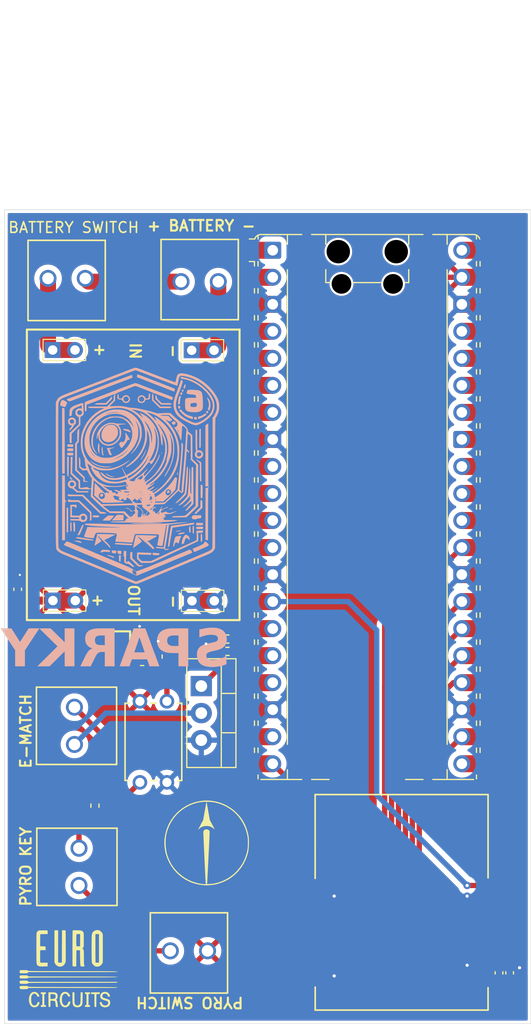
<source format=kicad_pcb>
(kicad_pcb (version 20241229) (generator "pcbnew") (generator_version "9.0")
  (layers (0 "F.Cu" signal) (2 "B.Cu" signal) (13 "F.Paste" user) (15 "B.Paste" user) (5 "F.SilkS" user "F.Silkscreen") (7 "B.SilkS" user "B.Silkscreen") (1 "F.Mask" user) (3 "B.Mask" user) (25 "Edge.Cuts" user))
  (net 0 "")
  (net 5 "/RD_DIO1")
  (net 7 "/RD_TX")
  (net 17 "/RD_SCK")
  (net 18 "/RD_MOSI")
  (net 22 "/RD_NSS")
  (net 23 "/RD_BUSY")
  (net 24 "/LGC_IGNITE")
  (net 28 "/RD_MISO")
  (net 29 "/RD_RESET")
  (net 31 "Net-(Q1-G)")
  (net 32 "/RD_RX")
  (net 33 "Net-(PILHAS1-Pin_2)")
  (net 34 "GND")
  (net 35 "Net-(KEY1-Pin_1)")
  (net 36 "Net-(J2-Pin_2)")
  (net 37 "Net-(J2-Pin_1)")
  (net 38 "Net-(PILHAS1-Pin_1)")
  (net 39 "/REG_IN")
  (net 40 "/RD_DIO2")
  (net 41 "/RD_DIO3")
  (net 42 "/FLAG_IGNITE")
  (net 43 "+3.3V")
  (net 44 "Net-(R4-Pad2)")
  (net 45 "Net-(CR1-Pad2)")
  (footprint "Resistor_SMD:R_0402_1005Metric" (layer "F.Cu") (at 104.5 142.5 -90)
    (property "Reference" "R4" (hide yes))
    (property "Value" "330")
    (pad "1" smd roundrect (at -0.51 0 270) (size 0.54 0.64) (layers "F.Cu" "F.Mask" "F.Paste") (net 37 "Net-(J2-Pin_1)"))
    (pad "2" smd roundrect (at 0.51 0 270) (size 0.54 0.64) (layers "F.Cu" "F.Mask" "F.Paste") (net 44 "Net-(R4-Pad2)"))
  )
  (footprint "Package_TO_SOT_THT:TO-220-3_Vertical" (layer "F.Cu") (at 114.5 131.260999 -90)
    (property "Reference" "Q1" (hide yes))
    (property "Value" "IRLB8721PBF")
    (pad "1" thru_hole rect (at 0 0 270) (size 1.905 2) (drill 1.1) (layers "*.Cu" "*.Mask") (net 31 "Net-(Q1-G)"))
    (pad "2" thru_hole oval (at 2.54 0 270) (size 1.905 2) (drill 1.1) (layers "*.Cu" "*.Mask") (net 36 "Net-(J2-Pin_2)"))
    (pad "3" thru_hole oval (at 5.08 0 270) (size 1.905 2) (drill 1.1) (layers "*.Cu" "*.Mask") (net 34 "GND"))
  )
  (footprint "modulo.E28-2G4M27SX:E28-2G4M27SX_CGD" (layer "F.Cu") (at 133.3419 151.585 180)
    (property "Reference" "U1" (hide yes))
    (property "Value" "E28-2G4M27SX")
    (pad "1" smd rect (at -7.6581 -7.305 180) (size 1.2954 0.762) (layers "F.Cu" "F.Mask" "F.Paste") (net 43 "+3.3V"))
    (pad "2" smd rect (at -7.6581 -6.035 180) (size 1.2954 0.762) (layers "F.Cu" "F.Mask" "F.Paste") (net 34 "GND"))
    (pad "3" smd rect (at -7.6581 -4.765 180) (size 1.2954 0.762) (layers "F.Cu" "F.Mask" "F.Paste") (net 28 "/RD_MISO"))
    (pad "4" smd rect (at -7.6581 -3.495 180) (size 1.2954 0.762) (layers "F.Cu" "F.Mask" "F.Paste") (net 18 "/RD_MOSI"))
    (pad "5" smd rect (at -7.6581 -2.225 180) (size 1.2954 0.762) (layers "F.Cu" "F.Mask" "F.Paste") (net 17 "/RD_SCK"))
    (pad "6" smd rect (at -7.6581 -0.955 180) (size 1.2954 0.762) (layers "F.Cu" "F.Mask" "F.Paste") (net 22 "/RD_NSS"))
    (pad "7" smd rect (at -7.6581 0.315 180) (size 1.2954 0.762) (layers "F.Cu" "F.Mask" "F.Paste") (net 34 "GND"))
    (pad "8" smd rect (at -7.6581 1.585 180) (size 1.2954 0.762) (layers "F.Cu" "F.Mask" "F.Paste") (net 32 "/RD_RX"))
    (pad "9" smd rect (at 7.6581 1.585 180) (size 1.2954 0.762) (layers "F.Cu" "F.Mask" "F.Paste") (net 7 "/RD_TX"))
    (pad "10" smd rect (at 7.6581 0.315 180) (size 1.2954 0.762) (layers "F.Cu" "F.Mask" "F.Paste") (net 34 "GND"))
    (pad "11" smd rect (at 7.6581 -0.955 180) (size 1.2954 0.762) (layers "F.Cu" "F.Mask" "F.Paste") (net 29 "/RD_RESET"))
    (pad "12" smd rect (at 7.6581 -2.225 180) (size 1.2954 0.762) (layers "F.Cu" "F.Mask" "F.Paste") (net 23 "/RD_BUSY"))
    (pad "13" smd rect (at 7.6581 -3.495 180) (size 1.2954 0.762) (layers "F.Cu" "F.Mask" "F.Paste") (net 5 "/RD_DIO1"))
    (pad "14" smd rect (at 7.6581 -4.765 180) (size 1.2954 0.762) (layers "F.Cu" "F.Mask" "F.Paste") (net 40 "/RD_DIO2"))
    (pad "15" smd rect (at 7.6581 -6.035 180) (size 1.2954 0.762) (layers "F.Cu" "F.Mask" "F.Paste") (net 41 "/RD_DIO3"))
    (pad "16" smd rect (at 7.6581 -7.305 180) (size 1.2954 0.762) (layers "F.Cu" "F.Mask" "F.Paste") (net 34 "GND"))
  )
  (footprint "Eurocircuits:LogoEurocircuits" (layer "F.Cu") (at 102 158)
    (property "Reference" "G***" (hide yes))
    (property "Value" "LOGO" (hide yes))
  )
  (footprint "Capacitor_SMD:C_0402_1005Metric" (layer "F.Cu") (at 143.5 158.214203 90)
    (property "Reference" "C6" (hide yes))
    (property "Value" "100uF")
    (pad "1" smd roundrect (at -0.48 0 90) (size 0.56 0.62) (layers "F.Cu" "F.Mask" "F.Paste") (net 43 "+3.3V"))
    (pad "2" smd roundrect (at 0.48 0 90) (size 0.56 0.62) (layers "F.Cu" "F.Mask" "F.Paste") (net 34 "GND"))
  )
  (footprint "LogoPST:LogoPST" (layer "F.Cu") (at 115 146)
    (property "Reference" "G***" (hide yes))
    (property "Value" "LOGO" (hide yes))
  )
  (footprint "Capacitor_SMD:C_0402_1005Metric" (layer "F.Cu") (at 142.5 158.214203 90)
    (property "Reference" "C5" (hide yes))
    (property "Value" "0.1uF")
    (pad "1" smd roundrect (at -0.48 0 90) (size 0.56 0.62) (layers "F.Cu" "F.Mask" "F.Paste") (net 43 "+3.3V"))
    (pad "2" smd roundrect (at 0.48 0 90) (size 0.56 0.62) (layers "F.Cu" "F.Mask" "F.Paste") (net 34 "GND"))
  )
  (footprint "CONN_SD-39357-001_02P_MOL:CONN_SD-39357-001_02P_MOL" (layer "F.Cu") (at 103.5896 92.9445 180)
    (property "Reference" "BATTERY SWITCH" (at 1.0896 4.781974 0) (layer "F.SilkS"))
    (property "Value" ".")
    (pad "1" thru_hole circle (at 0 0 180) (size 1.6002 1.6002) (drill 1.0922) (layers "*.Cu" "*.Mask") (net 38 "Net-(PILHAS1-Pin_1)"))
    (pad "2" thru_hole circle (at 3.500002 0 180) (size 1.6002 1.6002) (drill 1.0922) (layers "*.Cu" "*.Mask") (net 39 "/REG_IN"))
  )
  (footprint "CONN_SD-39357-001_02P_MOL:CONN_SD-39357-001_02P_MOL" (layer "F.Cu") (at 115.0896 156.1445 180)
    (property "Reference" "PYRO SWITCH" (at 1.682951 -4.8555 180) (layer "F.SilkS") (effects (font (thickness 0.2) (bold yes))))
    (property "Value" "Screw_Terminal_01x02")
    (pad "1" thru_hole circle (at 0 0 180) (size 1.6002 1.6002) (drill 1.0922) (layers "*.Cu" "*.Mask") (net 43 "+3.3V"))
    (pad "2" thru_hole circle (at 3.500002 0 180) (size 1.6002 1.6002) (drill 1.0922) (layers "*.Cu" "*.Mask") (net 35 "Net-(KEY1-Pin_1)"))
  )
  (footprint "Resistor_SMD:R_0402_1005Metric" (layer "F.Cu") (at 116.963443 128)
    (property "Reference" "R1" (hide yes))
    (property "Value" "10K")
    (pad "1" smd roundrect (at -0.51 0) (size 0.54 0.64) (layers "F.Cu" "F.Mask" "F.Paste") (net 34 "GND"))
    (pad "2" smd roundrect (at 0.51 0) (size 0.54 0.64) (layers "F.Cu" "F.Mask" "F.Paste") (net 31 "Net-(Q1-G)"))
  )
  (footprint "Resistor_SMD:R_0402_1005Metric" (layer "F.Cu") (at 116.949151 126.83899 180)
    (property "Reference" "R2" (hide yes))
    (property "Value" "100")
    (pad "1" smd roundrect (at -0.51 0 180) (size 0.54 0.64) (layers "F.Cu" "F.Mask" "F.Paste") (net 31 "Net-(Q1-G)"))
    (pad "2" smd roundrect (at 0.51 0 180) (size 0.54 0.64) (layers "F.Cu" "F.Mask" "F.Paste") (net 24 "/LGC_IGNITE"))
  )
  (footprint "DCDCModule:DCDC_Module" (layer "F.Cu") (at 108.5 111.5 -90)
    (property "Reference" "U2" (hide yes))
    (property "Value" "~")
    (fp_text user "IN" (at -12.625 0.8 270) (layer "F.SilkS") (effects (font (thickness 0.2) (bold yes)) (justify left bottom)))
    (fp_text user "-" (at 11.075 -2.825 270) (layer "F.SilkS") (effects (font (thickness 0.2) (bold yes)) (justify left bottom)))
    (fp_text user "-" (at -12.475 -2.8 270) (layer "F.SilkS") (effects (font (thickness 0.2) (bold yes)) (justify left bottom)))
    (fp_text user "OUT" (at 10.125 0.95 270) (layer "F.SilkS") (effects (font (thickness 0.2) (bold yes)) (justify left bottom)))
    (fp_text user "+" (at 10.975 4.275 270) (layer "F.SilkS") (effects (font (thickness 0.2) (bold yes)) (justify left bottom)))
    (fp_text user "+" (at -12.575 4.1 270) (layer "F.SilkS") (effects (font (thickness 0.2) (bold yes)) (justify left bottom)))
    (pad "1" thru_hole circle (at -11.825 5.875) (size 1.5 1.5) (drill 0.889) (layers "*.Cu" "*.Mask") (net 39 "/REG_IN"))
    (pad "1" thru_hole rect (at -11.825 7.975) (size 1.5 1.5) (drill 0.889) (layers "*.Cu" "*.Mask") (net 39 "/REG_IN"))
    (pad "2" thru_hole circle (at -11.8 -7.2) (size 1.5 1.5) (drill 0.889) (layers "*.Cu" "*.Mask") (net 33 "Net-(PILHAS1-Pin_2)"))
    (pad "2" thru_hole rect (at -11.8 -5.1) (size 1.5 1.5) (drill 0.889) (layers "*.Cu" "*.Mask") (net 33 "Net-(PILHAS1-Pin_2)"))
    (pad "3" thru_hole circle (at 11.725 5.85) (size 1.5 1.5) (drill 0.889) (layers "*.Cu" "*.Mask") (net 43 "+3.3V"))
    (pad "3" thru_hole rect (at 11.725 7.95) (size 1.5 1.5) (drill 0.889) (layers "*.Cu" "*.Mask") (net 43 "+3.3V"))
    (pad "4" thru_hole circle (at 11.75 -7.225) (size 1.5 1.5) (drill 0.889) (layers "*.Cu" "*.Mask") (net 34 "GND"))
    (pad "4" thru_hole rect (at 11.75 -5.125) (size 1.5 1.5) (drill 0.889) (layers "*.Cu" "*.Mask") (net 34 "GND"))
  )
  (footprint "CONN_SD-39357-001_02P_MOL:CONN_SD-39357-001_02P_MOL" (layer "F.Cu") (at 103 150 90)
    (property "Reference" "PYRO KEY" (at 1.772551 -5 90) (layer "F.SilkS") (effects (font (thickness 0.2) (bold yes))))
    (property "Value" "Screw_Terminal_01x02")
    (pad "1" thru_hole circle (at 0 0 90) (size 1.6002 1.6002) (drill 1.0922) (layers "*.Cu" "*.Mask") (net 35 "Net-(KEY1-Pin_1)"))
    (pad "2" thru_hole circle (at 3.500002 0 90) (size 1.6002 1.6002) (drill 1.0922) (layers "*.Cu" "*.Mask") (net 37 "Net-(J2-Pin_1)"))
  )
  (footprint "CONN_SD-39357-001_02P_MOL:CONN_SD-39357-001_02P_MOL" (layer "F.Cu") (at 102.572834 133.246139 -90)
    (property "Reference" "J2" (hide yes))
    (property "Value" "E-Match")
    (pad "1" thru_hole circle (at 0 0 270) (size 1.6002 1.6002) (drill 1.0922) (layers "*.Cu" "*.Mask") (net 37 "Net-(J2-Pin_1)"))
    (pad "2" thru_hole circle (at 3.500002 0 270) (size 1.6002 1.6002) (drill 1.0922) (layers "*.Cu" "*.Mask") (net 36 "Net-(J2-Pin_2)"))
  )
  (footprint "CONN_SD-39357-001_02P_MOL:CONN_SD-39357-001_02P_MOL" (layer "F.Cu") (at 112.599998 93.25)
    (property "Reference" "+ BATTERY -" (at 1.900002 -5.25 0) (layer "F.SilkS") (effects (font (thickness 0.2) (bold yes))))
    (property "Value" "Screw_Terminal_01x02")
    (pad "1" thru_hole circle (at 0 0) (size 1.6002 1.6002) (drill 1.0922) (layers "*.Cu" "*.Mask") (net 38 "Net-(PILHAS1-Pin_1)"))
    (pad "2" thru_hole circle (at 3.500002 0) (size 1.6002 1.6002) (drill 1.0922) (layers "*.Cu" "*.Mask") (net 33 "Net-(PILHAS1-Pin_2)"))
  )
  (footprint "Resistor_SMD:R_0402_1005Metric" (layer "F.Cu") (at 108.94 128.95 180)
    (property "Reference" "R3" (hide yes))
    (property "Value" "220")
    (pad "1" smd roundrect (at -0.51 0 180) (size 0.54 0.64) (layers "F.Cu" "F.Mask" "F.Paste") (net 42 "/FLAG_IGNITE"))
    (pad "2" smd roundrect (at 0.51 0 180) (size 0.54 0.64) (layers "F.Cu" "F.Mask" "F.Paste") (net 45 "Net-(CR1-Pad2)"))
  )
  (footprint "Resistor_SMD:R_0402_1005Metric" (layer "F.Cu") (at 110.44 128.49 90)
    (property "Reference" "R5" (hide yes))
    (property "Value" "10K")
    (pad "1" smd roundrect (at -0.51 0 90) (size 0.54 0.64) (layers "F.Cu" "F.Mask" "F.Paste") (net 42 "/FLAG_IGNITE"))
    (pad "2" smd roundrect (at 0.51 0 90) (size 0.54 0.64) (layers "F.Cu" "F.Mask" "F.Paste") (net 34 "GND"))
  )
  (footprint "LED-Yellow_VLMY1300-GS08:LEDC1608X100N" (layer "F.Cu") (at 106.932119 127.716368 -90)
    (property "Reference" "CR1" (hide yes))
    (property "Value" "VLMY1300-GS08" (hide yes))
    (pad "1" smd rect (at -0.75 0) (size 1 1.05) (layers "F.Cu" "F.Mask" "F.Paste") (net 34 "GND"))
    (pad "2" smd rect (at 0.75 0) (size 1 1.05) (layers "F.Cu" "F.Mask" "F.Paste") (net 45 "Net-(CR1-Pad2)"))
  )
  (footprint "Module:RaspberryPi_Pico_Common_Unspecified" (layer "F.Cu") (at 130.11 114.43)
    (property "Reference" "A1" (hide yes))
    (property "Value" "RaspberryPi_Pico")
    (pad "" np_thru_hole circle (at -2.725 -24) (size 2.2 2.2) (drill 2.2) (layers "*.Mask"))
    (pad "" np_thru_hole circle (at -2.425 -20.97) (size 1.85 1.85) (drill 1.85) (layers "*.Mask"))
    (pad "" np_thru_hole circle (at 2.425 -20.97) (size 1.85 1.85) (drill 1.85) (layers "*.Mask"))
    (pad "" np_thru_hole circle (at 2.725 -24) (size 2.2 2.2) (drill 2.2) (layers "*.Mask"))
    (pad "1" smd custom (at -9.69 -24.13) (size 1.6 0.8) (layers "F.Cu" "F.Mask") (options (clearance outline) (anchor rect)) (primitives (gr_circle (center 0.8 0) (end 1.6 0) (width 0) (fill yes)) (gr_poly (pts (xy -1.6 -0.6) (xy -1.6 0.6) (xy -1.4 0.8) (xy 0.8 0.8) (xy 0.8 -0.8) (xy -1.4 -0.8)) (width 0) (fill yes)) (gr_circle (center -1.4 -0.6) (end -1.2 -0.6) (width 0) (fill yes)) (gr_circle (center -1.4 0.6) (end -1.2 0.6) (width 0) (fill yes))))
    (pad "1" thru_hole roundrect (at -8.89 -24.13) (size 1.6 1.6) (drill 1) (layers "*.Cu" "*.Mask") (roundrect_rratio 0.125))
    (pad "2" smd roundrect (at -9.69 -21.59) (size 3.2 1.6) (layers "F.Cu" "F.Mask") (roundrect_rratio 0.5))
    (pad "2" thru_hole circle (at -8.89 -21.59) (size 1.6 1.6) (drill 1) (layers "*.Cu" "*.Mask"))
    (pad "3" smd custom (at -9.69 -19.05) (size 1.6 0.8) (layers "F.Cu" "F.Mask") (net 34 "GND") (options (clearance outline) (anchor rect)) (primitives (gr_circle (center -0.8 0) (end 0 0) (width 0) (fill yes)) (gr_poly (pts (xy 1.6 -0.6) (xy 1.6 0.6) (xy 1.4 0.8) (xy -0.8 0.8) (xy -0.8 -0.8) (xy 1.4 -0.8)) (width 0) (fill yes)) (gr_circle (center 1.4 -0.6) (end 1.6 -0.6) (width 0) (fill yes)) (gr_circle (center 1.4 0.6) (end 1.6 0.6) (width 0) (fill yes))))
    (pad "3" thru_hole custom (at -8.89 -19.05) (size 1.6 1.6) (drill 1) (layers "*.Cu" "*.Mask") (net 34 "GND") (options (clearance outline) (anchor circle)) (primitives (gr_poly (pts (xy 0.8 0.6) (xy 0.8 -0.6) (xy 0.6 -0.8) (xy 0 -0.8) (xy 0 0.8) (xy 0.6 0.8)) (width 0) (fill yes)) (gr_circle (center 0.6 0.6) (end 0.8 0.6) (width 0) (fill yes)) (gr_circle (center 0.6 -0.6) (end 0.8 -0.6) (width 0) (fill yes))))
    (pad "4" smd roundrect (at -9.69 -16.51) (size 3.2 1.6) (layers "F.Cu" "F.Mask") (roundrect_rratio 0.5))
    (pad "4" thru_hole circle (at -8.89 -16.51) (size 1.6 1.6) (drill 1) (layers "*.Cu" "*.Mask"))
    (pad "5" smd roundrect (at -9.69 -13.97) (size 3.2 1.6) (layers "F.Cu" "F.Mask") (roundrect_rratio 0.5))
    (pad "5" thru_hole circle (at -8.89 -13.97) (size 1.6 1.6) (drill 1) (layers "*.Cu" "*.Mask"))
    (pad "6" smd roundrect (at -9.69 -11.43) (size 3.2 1.6) (layers "F.Cu" "F.Mask") (roundrect_rratio 0.5))
    (pad "6" thru_hole circle (at -8.89 -11.43) (size 1.6 1.6) (drill 1) (layers "*.Cu" "*.Mask"))
    (pad "7" smd roundrect (at -9.69 -8.89) (size 3.2 1.6) (layers "F.Cu" "F.Mask") (roundrect_rratio 0.5))
    (pad "7" thru_hole circle (at -8.89 -8.89) (size 1.6 1.6) (drill 1) (layers "*.Cu" "*.Mask"))
    (pad "8" smd custom (at -9.69 -6.35) (size 1.6 0.8) (layers "F.Cu" "F.Mask") (net 34 "GND") (options (clearance outline) (anchor rect)) (primitives (gr_circle (center -0.8 0) (end 0 0) (width 0) (fill yes)) (gr_poly (pts (xy 1.6 -0.6) (xy 1.6 0.6) (xy 1.4 0.8) (xy -0.8 0.8) (xy -0.8 -0.8) (xy 1.4 -0.8)) (width 0) (fill yes)) (gr_circle (center 1.4 -0.6) (end 1.6 -0.6) (width 0) (fill yes)) (gr_circle (center 1.4 0.6) (end 1.6 0.6) (width 0) (fill yes))))
    (pad "8" thru_hole custom (at -8.89 -6.35) (size 1.6 1.6) (drill 1) (layers "*.Cu" "*.Mask") (net 34 "GND") (options (clearance outline) (anchor circle)) (primitives (gr_poly (pts (xy 0.8 0.6) (xy 0.8 -0.6) (xy 0.6 -0.8) (xy 0 -0.8) (xy 0 0.8) (xy 0.6 0.8)) (width 0) (fill yes)) (gr_circle (center 0.6 0.6) (end 0.8 0.6) (width 0) (fill yes)) (gr_circle (center 0.6 -0.6) (end 0.8 -0.6) (width 0) (fill yes))))
    (pad "9" smd roundrect (at -9.69 -3.81) (size 3.2 1.6) (layers "F.Cu" "F.Mask") (roundrect_rratio 0.5))
    (pad "9" thru_hole circle (at -8.89 -3.81) (size 1.6 1.6) (drill 1) (layers "*.Cu" "*.Mask"))
    (pad "10" smd roundrect (at -9.69 -1.27) (size 3.2 1.6) (layers "F.Cu" "F.Mask") (roundrect_rratio 0.5))
    (pad "10" thru_hole circle (at -8.89 -1.27) (size 1.6 1.6) (drill 1) (layers "*.Cu" "*.Mask"))
    (pad "11" smd roundrect (at -9.69 1.27) (size 3.2 1.6) (layers "F.Cu" "F.Mask") (roundrect_rratio 0.5))
    (pad "11" thru_hole circle (at -8.89 1.27) (size 1.6 1.6) (drill 1) (layers "*.Cu" "*.Mask"))
    (pad "12" smd roundrect (at -9.69 3.81) (size 3.2 1.6) (layers "F.Cu" "F.Mask") (roundrect_rratio 0.5) (net 42 "/FLAG_IGNITE"))
    (pad "12" thru_hole circle (at -8.89 3.81) (size 1.6 1.6) (drill 1) (layers "*.Cu" "*.Mask") (net 42 "/FLAG_IGNITE"))
    (pad "13" smd custom (at -9.69 6.35) (size 1.6 0.8) (layers "F.Cu" "F.Mask") (net 34 "GND") (options (clearance outline) (anchor rect)) (primitives (gr_circle (center -0.8 0) (end 0 0) (width 0) (fill yes)) (gr_poly (pts (xy 1.6 -0.6) (xy 1.6 0.6) (xy 1.4 0.8) (xy -0.8 0.8) (xy -0.8 -0.8) (xy 1.4 -0.8)) (width 0) (fill yes)) (gr_circle (center 1.4 -0.6) (end 1.6 -0.6) (width 0) (fill yes)) (gr_circle (center 1.4 0.6) (end 1.6 0.6) (width 0) (fill yes))))
    (pad "13" thru_hole custom (at -8.89 6.35) (size 1.6 1.6) (drill 1) (layers "*.Cu" "*.Mask") (net 34 "GND") (options (clearance outline) (anchor circle)) (primitives (gr_poly (pts (xy 0.8 0.6) (xy 0.8 -0.6) (xy 0.6 -0.8) (xy 0 -0.8) (xy 0 0.8) (xy 0.6 0.8)) (width 0) (fill yes)) (gr_circle (center 0.6 0.6) (end 0.8 0.6) (width 0) (fill yes)) (gr_circle (center 0.6 -0.6) (end 0.8 -0.6) (width 0) (fill yes))))
    (pad "14" smd roundrect (at -9.69 8.89) (size 3.2 1.6) (layers "F.Cu" "F.Mask") (roundrect_rratio 0.5) (net 32 "/RD_RX"))
    (pad "14" thru_hole circle (at -8.89 8.89) (size 1.6 1.6) (drill 1) (layers "*.Cu" "*.Mask") (net 32 "/RD_RX"))
    (pad "15" smd roundrect (at -9.69 11.43) (size 3.2 1.6) (layers "F.Cu" "F.Mask") (roundrect_rratio 0.5) (net 24 "/LGC_IGNITE"))
    (pad "15" thru_hole circle (at -8.89 11.43) (size 1.6 1.6) (drill 1) (layers "*.Cu" "*.Mask") (net 24 "/LGC_IGNITE"))
    (pad "16" smd roundrect (at -9.69 13.97) (size 3.2 1.6) (layers "F.Cu" "F.Mask") (roundrect_rratio 0.5))
    (pad "16" thru_hole circle (at -8.89 13.97) (size 1.6 1.6) (drill 1) (layers "*.Cu" "*.Mask"))
    (pad "17" smd roundrect (at -9.69 16.51) (size 3.2 1.6) (layers "F.Cu" "F.Mask") (roundrect_rratio 0.5))
    (pad "17" thru_hole circle (at -8.89 16.51) (size 1.6 1.6) (drill 1) (layers "*.Cu" "*.Mask"))
    (pad "18" smd custom (at -9.69 19.05) (size 1.6 0.8) (layers "F.Cu" "F.Mask") (net 34 "GND") (options (clearance outline) (anchor rect)) (primitives (gr_circle (center -0.8 0) (end 0 0) (width 0) (fill yes)) (gr_poly (pts (xy 1.6 -0.6) (xy 1.6 0.6) (xy 1.4 0.8) (xy -0.8 0.8) (xy -0.8 -0.8) (xy 1.4 -0.8)) (width 0) (fill yes)) (gr_circle (center 1.4 -0.6) (end 1.6 -0.6) (width 0) (fill yes)) (gr_circle (center 1.4 0.6) (end 1.6 0.6) (width 0) (fill yes))))
    (pad "18" thru_hole custom (at -8.89 19.05) (size 1.6 1.6) (drill 1) (layers "*.Cu" "*.Mask") (net 34 "GND") (options (clearance outline) (anchor circle)) (primitives (gr_poly (pts (xy 0.8 0.6) (xy 0.8 -0.6) (xy 0.6 -0.8) (xy 0 -0.8) (xy 0 0.8) (xy 0.6 0.8)) (width 0) (fill yes)) (gr_circle (center 0.6 0.6) (end 0.8 0.6) (width 0) (fill yes)) (gr_circle (center 0.6 -0.6) (end 0.8 -0.6) (width 0) (fill yes))))
    (pad "19" smd roundrect (at -9.69 21.59) (size 3.2 1.6) (layers "F.Cu" "F.Mask") (roundrect_rratio 0.5))
    (pad "19" thru_hole circle (at -8.89 21.59) (size 1.6 1.6) (drill 1) (layers "*.Cu" "*.Mask"))
    (pad "20" smd roundrect (at -9.69 24.13) (size 3.2 1.6) (layers "F.Cu" "F.Mask") (roundrect_rratio 0.5) (net 7 "/RD_TX"))
    (pad "20" thru_hole circle (at -8.89 24.13) (size 1.6 1.6) (drill 1) (layers "*.Cu" "*.Mask") (net 7 "/RD_TX"))
    (pad "21" thru_hole circle (at 8.89 24.13) (size 1.6 1.6) (drill 1) (layers "*.Cu" "*.Mask") (net 28 "/RD_MISO"))
    (pad "21" smd roundrect (at 9.69 24.13) (size 3.2 1.6) (layers "F.Cu" "F.Mask") (roundrect_rratio 0.5) (net 28 "/RD_MISO"))
    (pad "22" thru_hole circle (at 8.89 21.59) (size 1.6 1.6) (drill 1) (layers "*.Cu" "*.Mask") (net 22 "/RD_NSS"))
    (pad "22" smd roundrect (at 9.69 21.59) (size 3.2 1.6) (layers "F.Cu" "F.Mask") (roundrect_rratio 0.5) (net 22 "/RD_NSS"))
    (pad "23" thru_hole custom (at 8.89 19.05) (size 1.6 1.6) (drill 1) (layers "*.Cu" "*.Mask") (net 34 "GND") (options (clearance outline) (anchor circle)) (primitives (gr_poly (pts (xy -0.8 0.6) (xy -0.8 -0.6) (xy -0.6 -0.8) (xy 0 -0.8) (xy 0 0.8) (xy -0.6 0.8)) (width 0) (fill yes)) (gr_circle (center -0.6 0.6) (end -0.4 0.6) (width 0) (fill yes)) (gr_circle (center -0.6 -0.6) (end -0.4 -0.6) (width 0) (fill yes))))
    (pad "23" smd custom (at 9.69 19.05) (size 1.6 0.8) (layers "F.Cu" "F.Mask") (net 34 "GND") (options (clearance outline) (anchor rect)) (primitives (gr_circle (center 0.8 0) (end 1.6 0) (width 0) (fill yes)) (gr_poly (pts (xy -1.6 -0.6) (xy -1.6 0.6) (xy -1.4 0.8) (xy 0.8 0.8) (xy 0.8 -0.8) (xy -1.4 -0.8)) (width 0) (fill yes)) (gr_circle (center -1.4 -0.6) (end -1.2 -0.6) (width 0) (fill yes)) (gr_circle (center -1.4 0.6) (end -1.2 0.6) (width 0) (fill yes))))
    (pad "24" thru_hole circle (at 8.89 16.51) (size 1.6 1.6) (drill 1) (layers "*.Cu" "*.Mask") (net 17 "/RD_SCK"))
    (pad "24" smd roundrect (at 9.69 16.51) (size 3.2 1.6) (layers "F.Cu" "F.Mask") (roundrect_rratio 0.5) (net 17 "/RD_SCK"))
    (pad "25" thru_hole circle (at 8.89 13.97) (size 1.6 1.6) (drill 1) (layers "*.Cu" "*.Mask") (net 18 "/RD_MOSI"))
    (pad "25" smd roundrect (at 9.69 13.97) (size 3.2 1.6) (layers "F.Cu" "F.Mask") (roundrect_rratio 0.5) (net 18 "/RD_MOSI"))
    (pad "26" thru_hole circle (at 8.89 11.43) (size 1.6 1.6) (drill 1) (layers "*.Cu" "*.Mask") (net 5 "/RD_DIO1"))
    (pad "26" smd roundrect (at 9.69 11.43) (size 3.2 1.6) (layers "F.Cu" "F.Mask") (roundrect_rratio 0.5) (net 5 "/RD_DIO1"))
    (pad "27" thru_hole circle (at 8.89 8.89) (size 1.6 1.6) (drill 1) (layers "*.Cu" "*.Mask") (net 23 "/RD_BUSY"))
    (pad "27" smd roundrect (at 9.69 8.89) (size 3.2 1.6) (layers "F.Cu" "F.Mask") (roundrect_rratio 0.5) (net 23 "/RD_BUSY"))
    (pad "28" thru_hole custom (at 8.89 6.35) (size 1.6 1.6) (drill 1) (layers "*.Cu" "*.Mask") (net 34 "GND") (options (clearance outline) (anchor circle)) (primitives (gr_poly (pts (xy -0.8 0.6) (xy -0.8 -0.6) (xy -0.6 -0.8) (xy 0 -0.8) (xy 0 0.8) (xy -0.6 0.8)) (width 0) (fill yes)) (gr_circle (center -0.6 0.6) (end -0.4 0.6) (width 0) (fill yes)) (gr_circle (center -0.6 -0.6) (end -0.4 -0.6) (width 0) (fill yes))))
    (pad "28" smd custom (at 9.69 6.35) (size 1.6 0.8) (layers "F.Cu" "F.Mask") (net 34 "GND") (options (clearance outline) (anchor rect)) (primitives (gr_circle (center 0.8 0) (end 1.6 0) (width 0) (fill yes)) (gr_poly (pts (xy -1.6 -0.6) (xy -1.6 0.6) (xy -1.4 0.8) (xy 0.8 0.8) (xy 0.8 -0.8) (xy -1.4 -0.8)) (width 0) (fill yes)) (gr_circle (center -1.4 -0.6) (end -1.2 -0.6) (width 0) (fill yes)) (gr_circle (center -1.4 0.6) (end -1.2 0.6) (width 0) (fill yes))))
    (pad "29" thru_hole circle (at 8.89 3.81) (size 1.6 1.6) (drill 1) (layers "*.Cu" "*.Mask") (net 29 "/RD_RESET"))
    (pad "29" smd roundrect (at 9.69 3.81) (size 3.2 1.6) (layers "F.Cu" "F.Mask") (roundrect_rratio 0.5) (net 29 "/RD_RESET"))
    (pad "30" thru_hole circle (at 8.89 1.27) (size 1.6 1.6) (drill 1) (layers "*.Cu" "*.Mask"))
    (pad "30" smd roundrect (at 9.69 1.27) (size 3.2 1.6) (layers "F.Cu" "F.Mask") (roundrect_rratio 0.5))
    (pad "31" thru_hole circle (at 8.89 -1.27) (size 1.6 1.6) (drill 1) (layers "*.Cu" "*.Mask"))
    (pad "31" smd roundrect (at 9.69 -1.27) (size 3.2 1.6) (layers "F.Cu" "F.Mask") (roundrect_rratio 0.5))
    (pad "32" thru_hole circle (at 8.89 -3.81) (size 1.6 1.6) (drill 1) (layers "*.Cu" "*.Mask"))
    (pad "32" smd roundrect (at 9.69 -3.81) (size 3.2 1.6) (layers "F.Cu" "F.Mask") (roundrect_rratio 0.5))
    (pad "33" thru_hole custom (at 8.89 -6.35) (size 1.6 1.6) (drill 1) (layers "*.Cu" "*.Mask") (options (clearance outline) (anchor circle)) (primitives (gr_poly (pts (xy -0.8 0.6) (xy -0.8 -0.6) (xy -0.6 -0.8) (xy 0 -0.8) (xy 0 0.8) (xy -0.6 0.8)) (width 0) (fill yes)) (gr_circle (center -0.6 0.6) (end -0.4 0.6) (width 0) (fill yes)) (gr_circle (center -0.6 -0.6) (end -0.4 -0.6) (width 0) (fill yes))))
    (pad "33" smd custom (at 9.69 -6.35) (size 1.6 0.8) (layers "F.Cu" "F.Mask") (options (clearance outline) (anchor rect)) (primitives (gr_circle (center 0.8 0) (end 1.6 0) (width 0) (fill yes)) (gr_poly (pts (xy -1.6 -0.6) (xy -1.6 0.6) (xy -1.4 0.8) (xy 0.8 0.8) (xy 0.8 -0.8) (xy -1.4 -0.8)) (width 0) (fill yes)) (gr_circle (center -1.4 -0.6) (end -1.2 -0.6) (width 0) (fill yes)) (gr_circle (center -1.4 0.6) (end -1.2 0.6) (width 0) (fill yes))))
    (pad "34" thru_hole circle (at 8.89 -8.89) (size 1.6 1.6) (drill 1) (layers "*.Cu" "*.Mask"))
    (pad "34" smd roundrect (at 9.69 -8.89) (size 3.2 1.6) (layers "F.Cu" "F.Mask") (roundrect_rratio 0.5))
    (pad "35" thru_hole circle (at 8.89 -11.43) (size 1.6 1.6) (drill 1) (layers "*.Cu" "*.Mask"))
    (pad "35" smd roundrect (at 9.69 -11.43) (size 3.2 1.6) (layers "F.Cu" "F.Mask") (roundrect_rratio 0.5))
    (pad "36" thru_hole circle (at 8.89 -13.97) (size 1.6 1.6) (drill 1) (layers "*.Cu" "*.Mask"))
    (pad "36" smd roundrect (at 9.69 -13.97) (size 3.2 1.6) (layers "F.Cu" "F.Mask") (roundrect_rratio 0.5))
    (pad "37" thru_hole circle (at 8.89 -16.51) (size 1.6 1.6) (drill 1) (layers "*.Cu" "*.Mask"))
    (pad "37" smd roundrect (at 9.69 -16.51) (size 3.2 1.6) (layers "F.Cu" "F.Mask") (roundrect_rratio 0.5))
    (pad "38" thru_hole custom (at 8.89 -19.05) (size 1.6 1.6) (drill 1) (layers "*.Cu" "*.Mask") (net 34 "GND") (options (clearance outline) (anchor circle)) (primitives (gr_poly (pts (xy -0.8 0.6) (xy -0.8 -0.6) (xy -0.6 -0.8) (xy 0 -0.8) (xy 0 0.8) (xy -0.6 0.8)) (width 0) (fill yes)) (gr_circle (center -0.6 0.6) (end -0.4 0.6) (width 0) (fill yes)) (gr_circle (center -0.6 -0.6) (end -0.4 -0.6) (width 0) (fill yes))))
    (pad "38" smd custom (at 9.69 -19.05) (size 1.6 0.8) (layers "F.Cu" "F.Mask") (net 34 "GND") (options (clearance outline) (anchor rect)) (primitives (gr_circle (center 0.8 0) (end 1.6 0) (width 0) (fill yes)) (gr_poly (pts (xy -1.6 -0.6) (xy -1.6 0.6) (xy -1.4 0.8) (xy 0.8 0.8) (xy 0.8 -0.8) (xy -1.4 -0.8)) (width 0) (fill yes)) (gr_circle (center -1.4 -0.6) (end -1.2 -0.6) (width 0) (fill yes)) (gr_circle (center -1.4 0.6) (end -1.2 0.6) (width 0) (fill yes))))
    (pad "39" thru_hole circle (at 8.89 -21.59) (size 1.6 1.6) (drill 1) (layers "*.Cu" "*.Mask") (net 43 "+3.3V"))
    (pad "39" smd roundrect (at 9.69 -21.59) (size 3.2 1.6) (layers "F.Cu" "F.Mask") (roundrect_rratio 0.5) (net 43 "+3.3V"))
    (pad "40" thru_hole circle (at 8.89 -24.13) (size 1.6 1.6) (drill 1) (layers "*.Cu" "*.Mask"))
    (pad "40" smd roundrect (at 9.69 -24.13) (size 3.2 1.6) (layers "F.Cu" "F.Mask") (roundrect_rratio 0.5))
    (zone (net 0) (net_name "") (layers "F.Cu" "F.Paste") (name "Pad Keep Out TP6") (connect_pads (clearance 0)) (min_thickness 0.25)
      (keepout (tracks not_allowed) (vias not_allowed) (pads not_allowed) (copperpour not_allowed) (footprints allowed))
      (fill (thermal_gap 0.5) (thermal_bridge_width 0.5))
      (polygon (pts (xy 127.094455 104.377861) (xy 126.967833 104.343932) (xy 126.854306 104.278388) (xy 126.761612 104.185694) (xy 126.696068 104.072167) (xy 126.662139 103.945545) (xy 126.66 103.88) (xy 126.66 100.18) (xy 128.56 100.18) (xy 128.56 103.88) (xy 128.557861 103.945545) (xy 128.523932 104.072167) (xy 128.458388 104.185694) (xy 128.365694 104.278388) (xy 128.252167 104.343932) (xy 128.125545 104.377861) (xy 128.06 104.38) (xy 127.16 104.38)))
    )
    (zone (net 0) (net_name "") (layers "F.Cu" "F.Paste") (name "Pad Keep Out TP3") (connect_pads (clearance 0)) (min_thickness 0.25)
      (keepout (tracks not_allowed) (vias not_allowed) (pads not_allowed) (copperpour not_allowed) (footprints allowed))
      (fill (thermal_gap 0.5) (thermal_bridge_width 0.5))
      (polygon (pts (xy 128.162139 89.614455) (xy 128.196068 89.487833) (xy 128.261612 89.374306) (xy 128.354306 89.281612) (xy 128.467833 89.216068) (xy 128.594455 89.182139) (xy 128.66 89.18) (xy 129.11 89.18) (xy 129.11 91.08) (xy 128.66 91.08) (xy 128.594455 91.077861) (xy 128.467833 91.043932) (xy 128.354306 90.978388) (xy 128.261612 90.885694) (xy 128.196068 90.772167) (xy 128.162139 90.645545) (xy 128.16 90.58) (xy 128.16 89.68)))
    )
    (zone (net 0) (net_name "") (layers "F.Cu" "F.Paste") (name "Pad Keep Out TP4") (connect_pads (clearance 0)) (min_thickness 0.25)
      (keepout (tracks not_allowed) (vias not_allowed) (pads not_allowed) (copperpour not_allowed) (footprints allowed))
      (fill (thermal_gap 0.5) (thermal_bridge_width 0.5))
      (polygon (pts (xy 128.56 100.18) (xy 128.56 96.48) (xy 128.557861 96.414455) (xy 128.523933 96.287833) (xy 128.458388 96.174306) (xy 128.365694 96.081612) (xy 128.252167 96.016067) (xy 128.125545 95.982139) (xy 128.06 95.98) (xy 127.16 95.98) (xy 127.094455 95.982139) (xy 126.967833 96.016067) (xy 126.854306 96.081612) (xy 126.761612 96.174306) (xy 126.696067 96.287833) (xy 126.662139 96.414455) (xy 126.66 96.48) (xy 126.66 100.18)))
    )
    (zone (net 0) (net_name "") (layers "F.Cu" "F.Paste") (name "Pad Keep Out TP3") (connect_pads (clearance 0)) (min_thickness 0.25)
      (keepout (tracks not_allowed) (vias not_allowed) (pads not_allowed) (copperpour not_allowed) (footprints allowed))
      (fill (thermal_gap 0.5) (thermal_bridge_width 0.5))
      (polygon (pts (xy 129.11 91.08) (xy 129.56 91.08) (xy 129.625545 91.077861) (xy 129.752167 91.043933) (xy 129.865694 90.978388) (xy 129.958388 90.885694) (xy 130.023933 90.772167) (xy 130.057861 90.645545) (xy 130.06 90.58) (xy 130.06 89.68) (xy 130.057861 89.614455) (xy 130.023933 89.487833) (xy 129.958388 89.374306) (xy 129.865694 89.281612) (xy 129.752167 89.216067) (xy 129.625545 89.182139) (xy 129.56 89.18) (xy 129.11 89.18)))
    )
    (zone (net 0) (net_name "") (layers "F.Cu" "F.Paste") (name "Pad Keep Out TP1") (connect_pads (clearance 0)) (min_thickness 0.25)
      (keepout (tracks not_allowed) (vias not_allowed) (pads not_allowed) (copperpour not_allowed) (footprints allowed))
      (fill (thermal_gap 0.5) (thermal_bridge_width 0.5))
      (polygon (pts (xy 129.162139 92.914455) (xy 129.196068 92.787833) (xy 129.261612 92.674306) (xy 129.354306 92.581612) (xy 129.467833 92.516068) (xy 129.594455 92.482139) (xy 129.66 92.48) (xy 130.11 92.48) (xy 130.11 94.38) (xy 129.66 94.38) (xy 129.594455 94.377861) (xy 129.467833 94.343932) (xy 129.354306 94.278388) (xy 129.261612 94.185694) (xy 129.196068 94.072167) (xy 129.162139 93.945545) (xy 129.16 93.88) (xy 129.16 92.98)))
    )
    (zone (net 0) (net_name "") (layers "F.Cu" "F.Paste") (name "Pad Keep Out TP1") (connect_pads (clearance 0)) (min_thickness 0.25)
      (keepout (tracks not_allowed) (vias not_allowed) (pads not_allowed) (copperpour not_allowed) (footprints allowed))
      (fill (thermal_gap 0.5) (thermal_bridge_width 0.5))
      (polygon (pts (xy 130.11 94.38) (xy 130.56 94.38) (xy 130.625545 94.377861) (xy 130.752167 94.343933) (xy 130.865694 94.278388) (xy 130.958388 94.185694) (xy 131.023933 94.072167) (xy 131.057861 93.945545) (xy 131.06 93.88) (xy 131.06 92.98) (xy 131.057861 92.914455) (xy 131.023933 92.787833) (xy 130.958388 92.674306) (xy 130.865694 92.581612) (xy 130.752167 92.516067) (xy 130.625545 92.482139) (xy 130.56 92.48) (xy 130.11 92.48)))
    )
    (zone (net 0) (net_name "") (layers "F.Cu" "F.Paste") (name "Pad Keep Out TP2") (connect_pads (clearance 0)) (min_thickness 0.25)
      (keepout (tracks not_allowed) (vias not_allowed) (pads not_allowed) (copperpour not_allowed) (footprints allowed))
      (fill (thermal_gap 0.5) (thermal_bridge_width 0.5))
      (polygon (pts (xy 130.162139 89.629455) (xy 130.196068 89.502833) (xy 130.261612 89.389306) (xy 130.354306 89.296612) (xy 130.467833 89.231068) (xy 130.594455 89.197139) (xy 130.66 89.195) (xy 131.11 89.195) (xy 131.11 91.095) (xy 130.66 91.095) (xy 130.594455 91.092861) (xy 130.467833 91.058932) (xy 130.354306 90.993388) (xy 130.261612 90.900694) (xy 130.196068 90.787167) (xy 130.162139 90.660545) (xy 130.16 90.595) (xy 130.16 89.695)))
    )
    (zone (net 0) (net_name "") (layers "F.Cu" "F.Paste") (name "Pad Keep Out TP7") (connect_pads (clearance 0)) (min_thickness 0.25)
      (keepout (tracks not_allowed) (vias not_allowed) (pads not_allowed) (copperpour not_allowed) (footprints allowed))
      (fill (thermal_gap 0.5) (thermal_bridge_width 0.5))
      (polygon (pts (xy 130.162139 108.914455) (xy 130.196068 108.787833) (xy 130.261612 108.674306) (xy 130.354306 108.581612) (xy 130.467833 108.516068) (xy 130.594455 108.482139) (xy 130.66 108.48) (xy 131.11 108.48) (xy 131.11 110.38) (xy 130.66 110.38) (xy 130.594455 110.377861) (xy 130.467833 110.343932) (xy 130.354306 110.278388) (xy 130.261612 110.185694) (xy 130.196068 110.072167) (xy 130.162139 109.945545) (xy 130.16 109.88) (xy 130.16 108.98)))
    )
    (zone (net 0) (net_name "") (layers "F.Cu" "F.Paste") (name "Pad Keep Out TP2") (connect_pads (clearance 0)) (min_thickness 0.25)
      (keepout (tracks not_allowed) (vias not_allowed) (pads not_allowed) (copperpour not_allowed) (footprints allowed))
      (fill (thermal_gap 0.5) (thermal_bridge_width 0.5))
      (polygon (pts (xy 131.11 91.095) (xy 131.56 91.095) (xy 131.625545 91.092861) (xy 131.752167 91.058933) (xy 131.865694 90.993388) (xy 131.958388 90.900694) (xy 132.023933 90.787167) (xy 132.057861 90.660545) (xy 132.06 90.595) (xy 132.06 89.695) (xy 132.057861 89.629455) (xy 132.023933 89.502833) (xy 131.958388 89.389306) (xy 131.865694 89.296612) (xy 131.752167 89.231067) (xy 131.625545 89.197139) (xy 131.56 89.195) (xy 131.11 89.195)))
    )
    (zone (net 0) (net_name "") (layers "F.Cu" "F.Paste") (name "Pad Keep Out TP7") (connect_pads (clearance 0)) (min_thickness 0.25)
      (keepout (tracks not_allowed) (vias not_allowed) (pads not_allowed) (copperpour not_allowed) (footprints allowed))
      (fill (thermal_gap 0.5) (thermal_bridge_width 0.5))
      (polygon (pts (xy 131.11 110.38) (xy 131.56 110.38) (xy 131.625545 110.377861) (xy 131.752167 110.343933) (xy 131.865694 110.278388) (xy 131.958388 110.185694) (xy 132.023933 110.072167) (xy 132.057861 109.945545) (xy 132.06 109.88) (xy 132.06 108.98) (xy 132.057861 108.914455) (xy 132.023933 108.787833) (xy 131.958388 108.674306) (xy 131.865694 108.581612) (xy 131.752167 108.516067) (xy 131.625545 108.482139) (xy 131.56 108.48) (xy 131.11 108.48)))
    )
  )
  (footprint "PC817:PC817X_SHP" (layer "F.Cu") (at 108.73 140.31 90)
    (property "Reference" "U3" (hide yes))
    (property "Value" "PC817")
    (pad "1" thru_hole circle (at 0 0 90) (size 1.3716 1.3716) (drill 0.8636) (layers "*.Cu" "*.Mask") (net 44 "Net-(R4-Pad2)"))
    (pad "2" thru_hole circle (at 0 2.54 90) (size 1.3716 1.3716) (drill 0.8636) (layers "*.Cu" "*.Mask") (net 34 "GND"))
    (pad "3" thru_hole circle (at 7.62 2.54 90) (size 1.3716 1.3716) (drill 0.8636) (layers "*.Cu" "*.Mask") (net 42 "/FLAG_IGNITE"))
    (pad "4" thru_hole circle (at 7.62 0 90) (size 1.3716 1.3716) (drill 0.8636) (layers "*.Cu" "*.Mask") (net 43 "+3.3V"))
  )
  (footprint "Capacitor_SMD:C_0402_1005Metric" (layer "F.Cu") (at 97.236761 122.162526 90)
    (property "Reference" "C7" (hide yes))
    (property "Value" "10uF")
    (pad "1" smd roundrect (at -0.48 0 90) (size 0.56 0.62) (layers "F.Cu" "F.Mask" "F.Paste") (net 43 "+3.3V"))
    (pad "2" smd roundrect (at 0.48 0 90) (size 0.56 0.62) (layers "F.Cu" "F.Mask" "F.Paste") (net 34 "GND"))
  )
  (footprint "Sparky_logo:Sparky_logo" (layer "B.Cu") (at 107.85685 113.82221 180)
    (property "Reference" "G***" (at 0 0 0) (layer "B.SilkS") (effects (font (size 1.5 1.5) (thickness 0.3)) (justify mirror)))
    (property "Value" "LOGO" (hide yes))
  )
  (gr_rect (start 96 86.5) (end 145.5 163) (stroke (width 0.05)) (fill no) (layer "Edge.Cuts"))
  (gr_text "E-MATCH" (at 98 135.5 90) (layer "F.SilkS") (effects (font (size 1 1) (thickness 0.2) (bold yes))))
  (gr_text "SPARKY" (at 117.254437 130 0) (layer "B.SilkS") (effects (font (size 3.5 3.5) (thickness 0.7) (bold yes)) (justify left bottom mirror)))
  (segment (start 133.047 151.75) (end 133.047 131.813) (width 0.5) (layer "F.Cu") (net 5))
  (segment (start 129.717 155.08) (end 125.6838 155.08) (width 0.5) (layer "F.Cu") (net 5))
  (segment (start 133.047 151.75) (end 129.717 155.08) (width 0.5) (layer "F.Cu") (net 5))
  (segment (start 133.047 131.813) (end 139 125.86) (width 0.5) (layer "F.Cu") (net 5))
  (segment (start 125.6838 150) (end 125.6838 143.0238) (width 0.5) (layer "F.Cu") (net 7))
  (segment (start 125.6838 143.0238) (end 121.22 138.56) (width 0.5) (layer "F.Cu") (net 7))
  (segment (start 134.349 134.791) (end 138.2 130.94) (width 0.5) (layer "F.Cu") (net 17))
  (segment (start 136.644747 153.81) (end 141 153.81) (width 0.5) (layer "F.Cu") (net 17))
  (segment (start 134.349 151.514253) (end 134.349 134.791) (width 0.5) (layer "F.Cu") (net 17))
  (segment (start 138.2 130.94) (end 139.8 130.94) (width 0.5) (layer "F.Cu") (net 17))
  (segment (start 134.349 151.514253) (end 136.644747 153.81) (width 0.5) (layer "F.Cu") (net 17))
  (segment (start 133.698 133.702) (end 139 128.4) (width 0.5) (layer "F.Cu") (net 18))
  (segment (start 136.994094 155.08) (end 141 155.08) (width 0.5) (layer "F.Cu") (net 18))
  (segment (start 133.698 151.783906) (end 133.698 133.702) (width 0.5) (layer "F.Cu") (net 18))
  (segment (start 133.698 151.783906) (end 136.994094 155.08) (width 0.5) (layer "F.Cu") (net 18))
  (segment (start 135 140.02) (end 139 136.02) (width 0.5) (layer "F.Cu") (net 22))
  (segment (start 136.2954 152.54) (end 141 152.54) (width 0.5) (layer "F.Cu") (net 22))
  (segment (start 135 151.2446) (end 135 140.02) (width 0.5) (layer "F.Cu") (net 22))
  (segment (start 135 151.2446) (end 136.2954 152.54) (width 0.5) (layer "F.Cu") (net 22))
  (segment (start 132.396 151.304) (end 129.89 153.81) (width 0.5) (layer "F.Cu") (net 23))
  (segment (start 129.89 153.81) (end 125.6838 153.81) (width 0.5) (layer "F.Cu") (net 23))
  (segment (start 132.396 151.304) (end 132.396 131.543346) (width 0.5) (layer "F.Cu") (net 23))
  (segment (start 132.4 129.92) (end 139 123.32) (width 0.5) (layer "F.Cu") (net 23))
  (segment (start 132.396 131.543346) (end 132.4 131.539346) (width 0.5) (layer "F.Cu") (net 23))
  (segment (start 132.4 131.539346) (end 132.4 129.92) (width 0.5) (layer "F.Cu") (net 23))
  (segment (start 120.085273 125.856643) (end 120.08863 125.86) (width 0.75) (layer "F.Cu") (net 24))
  (segment (start 117.098142 125.86) (end 120.42 125.86) (width 0.5) (layer "F.Cu") (net 24))
  (segment (start 120.08863 125.86) (end 121.22 125.86) (width 0.75) (layer "F.Cu") (net 24))
  (segment (start 116.439151 126.83899) (end 116.439151 126.518991) (width 0.5) (layer "F.Cu") (net 24))
  (segment (start 116.439151 126.83899) (end 116.632432 126.83899) (width 0.13) (layer "F.Cu") (net 24))
  (segment (start 116.439151 126.518991) (end 117.098142 125.86) (width 0.5) (layer "F.Cu") (net 24))
  (segment (start 142.0987 155.812) (end 142.0987 140.8587) (width 0.5) (layer "F.Cu") (net 28))
  (segment (start 141 156.35) (end 141.5607 156.35) (width 0.5) (layer "F.Cu") (net 28))
  (segment (start 141.5607 156.35) (end 142.0987 155.812) (width 0.5) (layer "F.Cu") (net 28))
  (segment (start 142.0987 140.8587) (end 139.8 138.56) (width 0.5) (layer "F.Cu") (net 28))
  (segment (start 131.745 150.705) (end 131.745 131.273693) (width 0.5) (layer "F.Cu") (net 29))
  (segment (start 131.749 131.269693) (end 131.749 125.491) (width 0.5) (layer "F.Cu") (net 29))
  (segment (start 131.745 150.705) (end 129.91 152.54) (width 0.5) (layer "F.Cu") (net 29))
  (segment (start 129.91 152.54) (end 125.6838 152.54) (width 0.5) (layer "F.Cu") (net 29))
  (segment (start 131.749 125.491) (end 139 118.24) (width 0.5) (layer "F.Cu") (net 29))
  (segment (start 131.745 131.273693) (end 131.749 131.269693) (width 0.5) (layer "F.Cu") (net 29))
  (segment (start 114.5 131.260999) (end 117.473443 128.287556) (width 0.5) (layer "F.Cu") (net 31))
  (segment (start 117.473443 128) (end 117.473443 127.873282) (width 0.2) (layer "F.Cu") (net 31))
  (segment (start 117.459151 127.985708) (end 117.473443 128) (width 0.5) (layer "F.Cu") (net 31))
  (segment (start 117.473443 128.287556) (end 117.473443 128) (width 0.5) (layer "F.Cu") (net 31))
  (segment (start 117.459151 126.83899) (end 117.459151 127.985708) (width 0.5) (layer "F.Cu") (net 31))
  (segment (start 141 150) (end 139.5 150) (width 0.5) (layer "F.Cu") (net 32))
  (via (at 139.5 150) (size 0.7) (drill 0.3) (layers "F.Cu" "B.Cu") (net 32))
  (segment (start 131 141.5) (end 131 126) (width 0.5) (layer "B.Cu") (net 32))
  (segment (start 121.22 123.32) (end 128.32 123.32) (width 0.5) (layer "B.Cu") (net 32))
  (segment (start 128.32 123.32) (end 131 126) (width 0.5) (layer "B.Cu") (net 32))
  (segment (start 139.5 150) (end 131 141.5) (width 0.5) (layer "B.Cu") (net 32))
  (segment (start 113.6 99.7) (end 115.7 99.7) (width 1.5) (layer "F.Cu") (net 33))
  (segment (start 116.1 93.25) (end 116.1 99.3) (width 1.5) (layer "F.Cu") (net 33))
  (segment (start 143.5 157.734203) (end 144.43 157.734203) (width 0.5) (layer "F.Cu") (net 34))
  (segment (start 97.236761 121.012526) (end 97.436761 120.812526) (width 0.5) (layer "F.Cu") (net 34))
  (segment (start 139.62 157.62) (end 139.5 157.5) (width 0.5) (layer "F.Cu") (net 34))
  (segment (start 125.6838 158.89) (end 126.61 158.89) (width 0.5) (layer "F.Cu") (net 34))
  (segment (start 115.6605 128) (end 114.944783 127.284283) (width 0.5) (layer "F.Cu") (net 34))
  (segment (start 139.77 151.27) (end 139.5 151) (width 0.5) (layer "F.Cu") (net 34))
  (segment (start 116.453443 128) (end 115.6605 128) (width 0.5) (layer "F.Cu") (net 34))
  (segment (start 110.44 127.98) (end 110.44 127.05) (width 0.5) (layer "F.Cu") (net 34))
  (segment (start 143.5 157.734203) (end 142.5 157.734203) (width 0.5) (layer "F.Cu") (net 34))
  (segment (start 113.625 123.25) (end 115.725 123.25) (width 1.5) (layer "F.Cu") (net 34))
  (segment (start 107.378261 126.966368) (end 108.7 125.644629) (width 0.5) (layer "F.Cu") (net 34))
  (segment (start 126.73 151.27) (end 127 151) (width 0.5) (layer "F.Cu") (net 34))
  (segment (start 141 157.62) (end 139.62 157.62) (width 0.5) (layer "F.Cu") (net 34))
  (segment (start 141.114203 157.734203) (end 141 157.62) (width 0.5) (layer "F.Cu") (net 34))
  (segment (start 141 151.27) (end 139.77 151.27) (width 0.5) (layer "F.Cu") (net 34))
  (segment (start 126.61 158.89) (end 127 158.5) (width 0.5) (layer "F.Cu") (net 34))
  (segment (start 125.6838 151.27) (end 126.73 151.27) (width 0.5) (layer "F.Cu") (net 34))
  (segment (start 142.5 157.734203) (end 141.114203 157.734203) (width 0.5) (layer "F.Cu") (net 34))
  (segment (start 97.236761 121.682526) (end 97.236761 121.012526) (width 0.5) (layer "F.Cu") (net 34))
  (segment (start 106.932119 126.966368) (end 107.378261 126.966368) (width 0.5) (layer "F.Cu") (net 34))
  (via (at 127 158.5) (size 0.7) (drill 0.3) (layers "F.Cu" "B.Cu") (net 34))
  (via (at 127 151) (size 0.7) (drill 0.3) (layers "F.Cu" "B.Cu") (net 34))
  (via (at 144.43 157.734203) (size 0.7) (drill 0.3) (layers "F.Cu" "B.Cu") (net 34))
  (via (at 139.5 157.5) (size 0.7) (drill 0.3) (layers "F.Cu" "B.Cu") (net 34))
  (via (at 114.944783 127.284283) (size 0.6) (drill 0.25) (layers "F.Cu" "B.Cu") (net 34))
  (via (at 110.44 127.05) (size 0.6) (drill 0.25) (layers "F.Cu" "B.Cu") (net 34))
  (via (at 139.5 151) (size 0.7) (drill 0.3) (layers "F.Cu" "B.Cu") (net 34))
  (via (at 97.436761 120.812526) (size 0.5) (drill 0.2) (layers "F.Cu" "B.Cu") (net 34))
  (via (at 108.7 125.644629) (size 0.6) (drill 0.25) (layers "F.Cu" "B.Cu") (net 34))
  (segment (start 103 150) (end 109.1445 156.1445) (width 0.5) (layer "F.Cu") (net 35))
  (segment (start 109.1445 156.1445) (end 111.589598 156.1445) (width 0.5) (layer "F.Cu") (net 35))
  (segment (start 105.517976 133.800999) (end 102.572834 136.746141) (width 0.5) (layer "B.Cu") (net 36))
  (segment (start 114.5 133.800999) (end 105.517976 133.800999) (width 0.5) (layer "B.Cu") (net 36))
  (segment (start 103 146.499998) (end 103 143.170001) (width 0.5) (layer "F.Cu") (net 37))
  (segment (start 105.51 141.99) (end 106.5 141) (width 0.5) (layer "F.Cu") (net 37))
  (segment (start 106.5 137.173305) (end 102.572834 133.246139) (width 0.5) (layer "F.Cu") (net 37))
  (segment (start 104.180001 141.99) (end 104.5 141.99) (width 0.5) (layer "F.Cu") (net 37))
  (segment (start 106.5 141) (end 106.5 137.173305) (width 0.5) (layer "F.Cu") (net 37))
  (segment (start 104.5 141.99) (end 105.51 141.99) (width 0.5) (layer "F.Cu") (net 37))
  (segment (start 103 143.170001) (end 104.180001 141.99) (width 0.5) (layer "F.Cu") (net 37))
  (segment (start 112.599998 93.25) (end 103.8951 93.25) (width 1.5) (layer "F.Cu") (net 38))
  (segment (start 100.089598 92.9445) (end 100.089598 99.239598) (width 1.5) (layer "F.Cu") (net 39))
  (segment (start 100.525 99.675) (end 102.625 99.675) (width 1.5) (layer "F.Cu") (net 39))
  (segment (start 109.5 129) (end 109.45 128.95) (width 0.5) (layer "F.Cu") (net 42))
  (segment (start 109.45 128.95) (end 109.45 124.05) (width 0.5) (layer "F.Cu") (net 42))
  (segment (start 109.45 124.05) (end 115.26 118.24) (width 0.5) (layer "F.Cu") (net 42))
  (segment (start 110.44 129) (end 109.5 129) (width 0.5) (layer "F.Cu") (net 42))
  (segment (start 110.44 129) (end 111.27 129.83) (width 0.5) (layer "F.Cu") (net 42))
  (segment (start 111.27 129.83) (end 111.27 132.69) (width 0.5) (layer "F.Cu") (net 42))
  (segment (start 115.26 118.24) (end 120.42 118.24) (width 0.5) (layer "F.Cu") (net 42))
  (segment (start 142.5 158.694203) (end 141.195797 158.694203) (width 0.5) (layer "F.Cu") (net 43))
  (segment (start 100.55 123.225) (end 97.819235 123.225) (width 0.75) (layer "F.Cu") (net 43))
  (segment (start 100.55 123.225) (end 102.65 123.225) (width 1.5) (layer "F.Cu") (net 43))
  (segment (start 143.5 158.694203) (end 142.5 158.694203) (width 0.75) (layer "F.Cu") (net 43))
  (segment (start 141.195797 158.694203) (end 141 158.89) (width 0.5) (layer "F.Cu") (net 43))
  (segment (start 97.819235 123.225) (end 97.236761 122.642526) (width 0.75) (layer "F.Cu") (net 43))
  (segment (start 104.5 143.01) (end 106.03 143.01) (width 0.5) (layer "F.Cu") (net 44))
  (segment (start 106.03 143.01) (end 108.73 140.31) (width 0.5) (layer "F.Cu") (net 44))
  (segment (start 107.415751 128.95) (end 106.932119 128.466368) (width 0.5) (layer "F.Cu") (net 45))
  (segment (start 108.43 128.95) (end 107.415751 128.95) (width 0.5) (layer "F.Cu") (net 45))
  (zone (net 43) (net_name "+3.3V") (layer "F.Cu") (connect_pads (clearance 0.5)) (min_thickness 0.25) (fill yes (thermal_gap 0.5) (thermal_bridge_width 0.5))
    (polygon (pts (xy 96 86.5) (xy 145.5 86.5) (xy 145.5 163) (xy 96 163)))
  )
  (zone (net 34) (net_name "GND") (layer "B.Cu") (priority 1) (connect_pads (clearance 0.5)) (min_thickness 0.25) (fill yes (thermal_gap 0.5) (thermal_bridge_width 0.5))
    (polygon (pts (xy 96 86.5) (xy 145.5 86.5) (xy 145.5 163) (xy 96 163)))
  )
)
</source>
